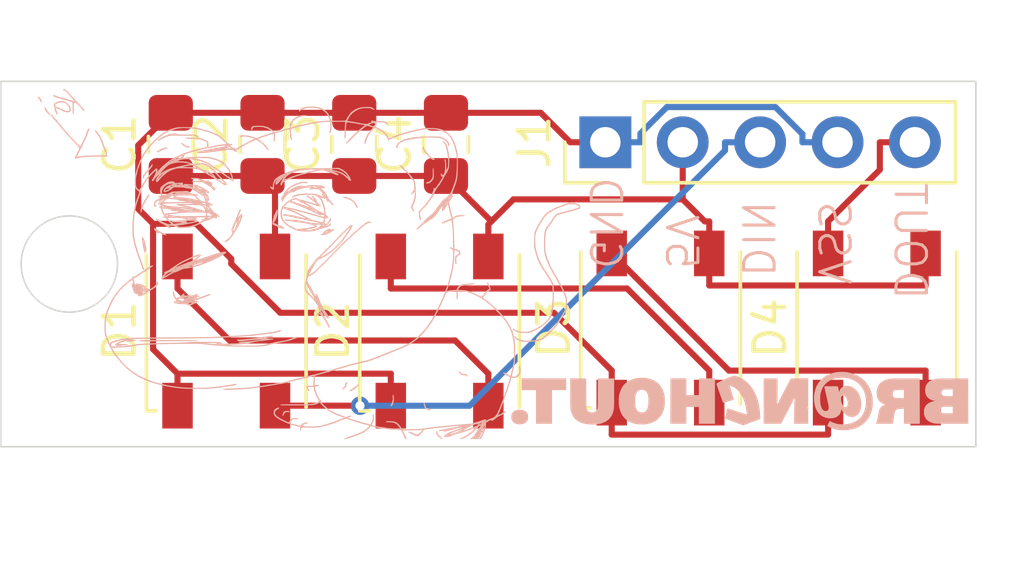
<source format=kicad_pcb>
(kicad_pcb (version 20240108) (generator "pcbnew") (generator_version "8.0")
  (layers (0 "F.Cu" signal) (31 "B.Cu" signal) (34 "B.Paste" user) (35 "F.Paste" user) (36 "B.SilkS" user "B.Silkscreen") (37 "F.SilkS" user "F.Silkscreen") (38 "B.Mask" user) (39 "F.Mask" user) (44 "Edge.Cuts" user))
  (net 0 "")
  (net 1 "+5V")
  (net 2 "GND")
  (net 3 "Net-(D1-DO)")
  (net 4 "/din")
  (net 5 "Net-(D3-DO)")
  (net 6 "/dout")
  (net 7 "Net-(D2-DO)")
  (footprint "LED_SMD:LED_Inolux_IN-PI554FCH_PLCC4_5.0x5.0mm_P3.2mm" (layer "F.Cu") (at 79 45.8517 90)
    (property "Reference" "D4" (at 0 -3.5 90) (layer "F.SilkS"))
    (property "Value" "Inolux_IN-PI554FCH")
    (pad "1" smd rect (at -2.45 -1.6 90) (size 1.5 1) (layers "F.Cu" "F.Paste" "F.Mask") (net 2 "GND"))
    (pad "2" smd rect (at -2.45 1.6 90) (size 1.5 1) (layers "F.Cu" "F.Paste" "F.Mask") (net 5 "Net-(D3-DO)"))
    (pad "3" smd rect (at 2.45 1.6 90) (size 1.5 1) (layers "F.Cu" "F.Paste" "F.Mask") (net 1 "+5V"))
    (pad "4" smd rect (at 2.45 -1.6 90) (size 1.5 1) (layers "F.Cu" "F.Paste" "F.Mask") (net 6 "/dout"))
  )
  (footprint "Capacitor_SMD:C_0805_2012Metric_Pad1.18x1.45mm_HandSolder" (layer "F.Cu") (at 64.86 39.82 90)
    (property "Reference" "C4" (at 0 -1.68 90) (layer "F.SilkS"))
    (property "Value" "0.1uF")
    (pad "1" smd roundrect (at -1.0375 0 90) (size 1.175 1.45) (layers "F.Cu" "F.Paste" "F.Mask") (roundrect_rratio 0.212766) (net 1 "+5V"))
    (pad "2" smd roundrect (at 1.0375 0 90) (size 1.175 1.45) (layers "F.Cu" "F.Paste" "F.Mask") (roundrect_rratio 0.212766) (net 2 "GND"))
  )
  (footprint "Capacitor_SMD:C_0805_2012Metric_Pad1.18x1.45mm_HandSolder" (layer "F.Cu") (at 61.85 39.82 90)
    (property "Reference" "C3" (at 0 -1.68 90) (layer "F.SilkS"))
    (property "Value" "0.1uF")
    (pad "1" smd roundrect (at -1.0375 0 90) (size 1.175 1.45) (layers "F.Cu" "F.Paste" "F.Mask") (roundrect_rratio 0.212766) (net 1 "+5V"))
    (pad "2" smd roundrect (at 1.0375 0 90) (size 1.175 1.45) (layers "F.Cu" "F.Paste" "F.Mask") (roundrect_rratio 0.212766) (net 2 "GND"))
  )
  (footprint "LED_SMD:LED_Inolux_IN-PI554FCH_PLCC4_5.0x5.0mm_P3.2mm" (layer "F.Cu") (at 64.65 45.9517 90)
    (property "Reference" "D2" (at 0 -3.5 90) (layer "F.SilkS"))
    (property "Value" "Inolux_IN-PI554FCH")
    (pad "1" smd rect (at -2.45 -1.6 90) (size 1.5 1) (layers "F.Cu" "F.Paste" "F.Mask") (net 2 "GND"))
    (pad "2" smd rect (at -2.45 1.6 90) (size 1.5 1) (layers "F.Cu" "F.Paste" "F.Mask") (net 3 "Net-(D1-DO)"))
    (pad "3" smd rect (at 2.45 1.6 90) (size 1.5 1) (layers "F.Cu" "F.Paste" "F.Mask") (net 1 "+5V"))
    (pad "4" smd rect (at 2.45 -1.6 90) (size 1.5 1) (layers "F.Cu" "F.Paste" "F.Mask") (net 7 "Net-(D2-DO)"))
  )
  (footprint "LED_SMD:LED_Inolux_IN-PI554FCH_PLCC4_5.0x5.0mm_P3.2mm" (layer "F.Cu") (at 71.9 45.8517 90)
    (property "Reference" "D3" (at 0 -3.5 90) (layer "F.SilkS"))
    (property "Value" "Inolux_IN-PI554FCH")
    (pad "1" smd rect (at -2.45 -1.6 90) (size 1.5 1) (layers "F.Cu" "F.Paste" "F.Mask") (net 2 "GND"))
    (pad "2" smd rect (at -2.45 1.6 90) (size 1.5 1) (layers "F.Cu" "F.Paste" "F.Mask") (net 7 "Net-(D2-DO)"))
    (pad "3" smd rect (at 2.45 1.6 90) (size 1.5 1) (layers "F.Cu" "F.Paste" "F.Mask") (net 1 "+5V"))
    (pad "4" smd rect (at 2.45 -1.6 90) (size 1.5 1) (layers "F.Cu" "F.Paste" "F.Mask") (net 5 "Net-(D3-DO)"))
  )
  (footprint "Connector_PinHeader_2.54mm:PinHeader_1x05_P2.54mm_Vertical" (layer "F.Cu") (at 70.09 39.75 90)
    (property "Reference" "J1" (at 0 -2.33 90) (layer "F.SilkS"))
    (property "Value" "Conn_01x05")
    (pad "1" thru_hole rect (at 0 0 90) (size 1.7 1.7) (drill 1) (layers "*.Cu" "*.Mask") (net 2 "GND"))
    (pad "2" thru_hole oval (at 0 2.54 90) (size 1.7 1.7) (drill 1) (layers "*.Cu" "*.Mask") (net 1 "+5V"))
    (pad "3" thru_hole oval (at 0 5.08 90) (size 1.7 1.7) (drill 1) (layers "*.Cu" "*.Mask") (net 4 "/din"))
    (pad "4" thru_hole oval (at 0 7.62 90) (size 1.7 1.7) (drill 1) (layers "*.Cu" "*.Mask") (net 2 "GND"))
    (pad "5" thru_hole oval (at 0 10.16 90) (size 1.7 1.7) (drill 1) (layers "*.Cu" "*.Mask") (net 6 "/dout"))
  )
  (footprint "Capacitor_SMD:C_0805_2012Metric_Pad1.18x1.45mm_HandSolder" (layer "F.Cu") (at 55.83 39.82 90)
    (property "Reference" "C1" (at 0 -1.68 90) (layer "F.SilkS"))
    (property "Value" "0.1uF")
    (pad "1" smd roundrect (at -1.0375 0 90) (size 1.175 1.45) (layers "F.Cu" "F.Paste" "F.Mask") (roundrect_rratio 0.212766) (net 1 "+5V"))
    (pad "2" smd roundrect (at 1.0375 0 90) (size 1.175 1.45) (layers "F.Cu" "F.Paste" "F.Mask") (roundrect_rratio 0.212766) (net 2 "GND"))
  )
  (footprint "LED_SMD:LED_Inolux_IN-PI554FCH_PLCC4_5.0x5.0mm_P3.2mm" (layer "F.Cu") (at 57.65 45.9517 90)
    (property "Reference" "D1" (at 0 -3.5 90) (layer "F.SilkS"))
    (property "Value" "Inolux_IN-PI554FCH")
    (pad "1" smd rect (at -2.45 -1.6 90) (size 1.5 1) (layers "F.Cu" "F.Paste" "F.Mask") (net 2 "GND"))
    (pad "2" smd rect (at -2.45 1.6 90) (size 1.5 1) (layers "F.Cu" "F.Paste" "F.Mask") (net 4 "/din"))
    (pad "3" smd rect (at 2.45 1.6 90) (size 1.5 1) (layers "F.Cu" "F.Paste" "F.Mask") (net 1 "+5V"))
    (pad "4" smd rect (at 2.45 -1.6 90) (size 1.5 1) (layers "F.Cu" "F.Paste" "F.Mask") (net 3 "Net-(D1-DO)"))
  )
  (footprint "Capacitor_SMD:C_0805_2012Metric_Pad1.18x1.45mm_HandSolder" (layer "F.Cu") (at 58.84 39.82 90)
    (property "Reference" "C2" (at 0 -1.68 90) (layer "F.SilkS"))
    (property "Value" "0.1uF")
    (pad "1" smd roundrect (at -1.0375 0 90) (size 1.175 1.45) (layers "F.Cu" "F.Paste" "F.Mask") (roundrect_rratio 0.212766) (net 1 "+5V"))
    (pad "2" smd roundrect (at 1.0375 0 90) (size 1.175 1.45) (layers "F.Cu" "F.Paste" "F.Mask") (roundrect_rratio 0.212766) (net 2 "GND"))
  )
  (footprint "LOGO" (layer "B.Cu") (at 74.5 48.25 180)
    (property "Reference" "logo" (hide yes))
    (property "Value" "LOGO" (hide yes))
  )
  (footprint "LOGO" (layer "B.Cu") (at 60.5 43.75 180)
    (property "Reference" "kai" (hide yes))
    (property "Value" "LOGO" (hide yes))
  )
  (gr_rect (start 50.25 37.75) (end 82.25 49.75) (stroke (width 0.05)) (fill none) (layer "Edge.Cuts"))
  (gr_circle (center 52.5 43.75) (end 54 43.25) (stroke (width 0.05)) (fill none) (layer "Edge.Cuts"))
  (gr_text "DIN" (at 74.5 44.25 -90) (layer "B.SilkS") (effects (font (size 1 1) (thickness 0.1)) (justify left bottom mirror)))
  (gr_text "DOUT" (at 79.5 45 -90) (layer "B.SilkS") (effects (font (size 1 1) (thickness 0.1)) (justify left bottom mirror)))
  (gr_text "VSS\n" (at 77 44.5 -90) (layer "B.SilkS") (effects (font (size 1 1) (thickness 0.1)) (justify left bottom mirror)))
  (gr_text "GND" (at 69.5 44 -90) (layer "B.SilkS") (effects (font (size 1 1) (thickness 0.1)) (justify left bottom mirror)))
  (gr_text "5V" (at 72 44 -90) (layer "B.SilkS") (effects (font (size 1 1) (thickness 0.1)) (justify left bottom mirror)))
  (segment (start 73.5 43.4017) (end 73.5 44.4534) (width 0.2) (layer "F.Cu") (net 1))
  (segment (start 55.83 40.8575) (end 58.84 40.8575) (width 0.2) (layer "F.Cu") (net 1))
  (segment (start 72.63 39.75) (end 72.63 41.6258) (width 0.2) (layer "F.Cu") (net 1))
  (segment (start 80.6 44.4534) (end 80.6 43.4017) (width 0.2) (layer "F.Cu") (net 1))
  (segment (start 73.3542 42.35) (end 73.5 42.35) (width 0.2) (layer "F.Cu") (net 1))
  (segment (start 59.25 40.8575) (end 61.85 40.8575) (width 0.2) (layer "F.Cu") (net 1))
  (segment (start 64.86 40.8575) (end 66.3513 42.3487) (width 0.2) (layer "F.Cu") (net 1))
  (segment (start 72.63 41.6258) (end 73.3542 42.35) (width 0.2) (layer "F.Cu") (net 1))
  (segment (start 66.25 43.5017) (end 66.25 42.45) (width 0.2) (layer "F.Cu") (net 1))
  (segment (start 67.0742 41.6258) (end 72.63 41.6258) (width 0.2) (layer "F.Cu") (net 1))
  (segment (start 58.84 40.8575) (end 59.25 40.8575) (width 0.2) (layer "F.Cu") (net 1))
  (segment (start 61.85 40.8575) (end 64.86 40.8575) (width 0.2) (layer "F.Cu") (net 1))
  (segment (start 66.25 42.45) (end 66.3513 42.3487) (width 0.2) (layer "F.Cu") (net 1))
  (segment (start 73.5 42.35) (end 73.5 43.4017) (width 0.2) (layer "F.Cu") (net 1))
  (segment (start 66.3513 42.3487) (end 67.0742 41.6258) (width 0.2) (layer "F.Cu") (net 1))
  (segment (start 73.5 44.4534) (end 80.6 44.4534) (width 0.2) (layer "F.Cu") (net 1))
  (segment (start 59.25 40.8575) (end 59.25 43.5017) (width 0.2) (layer "F.Cu") (net 1))
  (segment (start 55.2483 42.4301) (end 55.2483 46.5483) (width 0.2) (layer "F.Cu") (net 2))
  (segment (start 55.2483 46.5483) (end 56.05 47.35) (width 0.2) (layer "F.Cu") (net 2))
  (segment (start 56.05 48.4017) (end 56.05 47.35) (width 0.2) (layer "F.Cu") (net 2))
  (segment (start 58.84 38.7825) (end 61.85 38.7825) (width 0.2) (layer "F.Cu") (net 2))
  (segment (start 67.9708 38.7825) (end 64.86 38.7825) (width 0.2) (layer "F.Cu") (net 2))
  (segment (start 63.05 48.4017) (end 63.05 47.35) (width 0.2) (layer "F.Cu") (net 2))
  (segment (start 70.3 48.3017) (end 70.3 47.25) (width 0.2) (layer "F.Cu") (net 2))
  (segment (start 68.4006 45.3506) (end 59.4222 45.3506) (width 0.2) (layer "F.Cu") (net 2))
  (segment (start 55.25 42.4284) (end 55.2483 42.4301) (width 0.2) (layer "F.Cu") (net 2))
  (segment (start 70.09 39.75) (end 68.9383 39.75) (width 0.2) (layer "F.Cu") (net 2))
  (segment (start 57.8138 43.7422) (end 57.8138 43.5809) (width 0.2) (layer "F.Cu") (net 2))
  (segment (start 59.4222 45.3506) (end 57.8138 43.7422) (width 0.2) (layer "F.Cu") (net 2))
  (segment (start 70.3 48.3017) (end 70.3 49.3534) (width 0.2) (layer "F.Cu") (net 2))
  (segment (start 54.7612 39.8513) (end 55.83 38.7825) (width 0.2) (layer "F.Cu") (net 2))
  (segment (start 56.6613 42.4284) (end 55.25 42.4284) (width 0.2) (layer "F.Cu") (net 2))
  (segment (start 55.25 42.4284) (end 54.7612 41.9396) (width 0.2) (layer "F.Cu") (net 2))
  (segment (start 68.9383 39.75) (end 67.9708 38.7825) (width 0.2) (layer "F.Cu") (net 2))
  (segment (start 55.83 38.7825) (end 58.84 38.7825) (width 0.2) (layer "F.Cu") (net 2))
  (segment (start 57.8138 43.5809) (end 56.6613 42.4284) (width 0.2) (layer "F.Cu") (net 2))
  (segment (start 54.7612 41.9396) (end 54.7612 39.8513) (width 0.2) (layer "F.Cu") (net 2))
  (segment (start 70.3 47.25) (end 68.4006 45.3506) (width 0.2) (layer "F.Cu") (net 2))
  (segment (start 77.4 49.3534) (end 77.4 48.3017) (width 0.2) (layer "F.Cu") (net 2))
  (segment (start 61.85 38.7825) (end 64.86 38.7825) (width 0.2) (layer "F.Cu") (net 2))
  (segment (start 70.3 49.3534) (end 77.4 49.3534) (width 0.2) (layer "F.Cu") (net 2))
  (segment (start 63.05 47.35) (end 56.05 47.35) (width 0.2) (layer "F.Cu") (net 2))
  (segment (start 71.2417 39.75) (end 70.09 39.75) (width 0.2) (layer "B.Cu") (net 2))
  (segment (start 77.71 39.75) (end 76.5583 39.75) (width 0.2) (layer "B.Cu") (net 2))
  (segment (start 72.1101 38.5937) (end 71.2417 39.4621) (width 0.2) (layer "B.Cu") (net 2))
  (segment (start 76.5583 39.4815) (end 75.6705 38.5937) (width 0.2) (layer "B.Cu") (net 2))
  (segment (start 71.2417 39.4621) (end 71.2417 39.75) (width 0.2) (layer "B.Cu") (net 2))
  (segment (start 75.6705 38.5937) (end 72.1101 38.5937) (width 0.2) (layer "B.Cu") (net 2))
  (segment (start 76.5583 39.75) (end 76.5583 39.4815) (width 0.2) (layer "B.Cu") (net 2))
  (segment (start 57.7577 46.2611) (end 56.05 44.5534) (width 0.2) (layer "F.Cu") (net 3))
  (segment (start 65.1611 46.2611) (end 57.7577 46.2611) (width 0.2) (layer "F.Cu") (net 3))
  (segment (start 66.25 48.4017) (end 66.25 47.35) (width 0.2) (layer "F.Cu") (net 3))
  (segment (start 66.25 47.35) (end 65.1611 46.2611) (width 0.2) (layer "F.Cu") (net 3))
  (segment (start 56.05 44.5534) (end 56.05 43.5017) (width 0.2) (layer "F.Cu") (net 3))
  (segment (start 59.25 48.4017) (end 62.0373 48.4017) (width 0.2) (layer "F.Cu") (net 4))
  (segment (start 62.0373 48.4017) (end 62.0389 48.4033) (width 0.2) (layer "F.Cu") (net 4))
  (via (at 62.0389 48.4033) (size 0.6) (drill 0.3) (layers "F.Cu" "B.Cu") (net 4))
  (segment (start 75.17 39.75) (end 74.0183 39.75) (width 0.2) (layer "B.Cu") (net 4))
  (segment (start 74.0183 40.0185) (end 65.6335 48.4033) (width 0.2) (layer "B.Cu") (net 4))
  (segment (start 74.0183 39.75) (end 74.0183 40.0185) (width 0.2) (layer "B.Cu") (net 4))
  (segment (start 65.6335 48.4033) (end 62.0389 48.4033) (width 0.2) (layer "B.Cu") (net 4))
  (segment (start 80.6 48.3017) (end 80.6 47.25) (width 0.2) (layer "F.Cu") (net 5))
  (segment (start 80.6 47.25) (end 74.1483 47.25) (width 0.2) (layer "F.Cu") (net 5))
  (segment (start 74.1483 47.25) (end 70.3 43.4017) (width 0.2) (layer "F.Cu") (net 5))
  (segment (start 77.4 42.35) (end 77.4 43.4017) (width 0.2) (layer "F.Cu") (net 6))
  (segment (start 79.0983 40.6517) (end 77.4 42.35) (width 0.2) (layer "F.Cu") (net 6))
  (segment (start 80.25 39.75) (end 79.0983 39.75) (width 0.2) (layer "F.Cu") (net 6))
  (segment (start 79.0983 39.75) (end 79.0983 40.6517) (width 0.2) (layer "F.Cu") (net 6))
  (segment (start 73.5 48.3017) (end 73.5 47.25) (width 0.2) (layer "F.Cu") (net 7))
  (segment (start 70.8034 44.5534) (end 63.05 44.5534) (width 0.2) (layer "F.Cu") (net 7))
  (segment (start 63.05 44.5534) (end 63.05 43.5017) (width 0.2) (layer "F.Cu") (net 7))
  (segment (start 73.5 47.25) (end 70.8034 44.5534) (width 0.2) (layer "F.Cu") (net 7))
)
</source>
